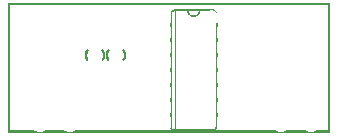
<source format=gto>
G04 MADE WITH FRITZING*
G04 WWW.FRITZING.ORG*
G04 DOUBLE SIDED*
G04 HOLES PLATED*
G04 CONTOUR ON CENTER OF CONTOUR VECTOR*
%ASAXBY*%
%FSLAX23Y23*%
%MOIN*%
%OFA0B0*%
%SFA1.0B1.0*%
%ADD10C,0.006000*%
%ADD11C,0.002000*%
%ADD12R,0.001000X0.001000*%
%LNSILK1*%
G90*
G70*
G54D10*
X557Y8D02*
X681Y8D01*
D02*
X639Y408D02*
X599Y408D01*
D02*
X599Y408D02*
X557Y408D01*
G54D11*
D02*
X556Y408D02*
X556Y8D01*
G54D12*
X0Y433D02*
X1073Y433D01*
X0Y432D02*
X1073Y432D01*
X0Y431D02*
X1073Y431D01*
X0Y430D02*
X1073Y430D01*
X0Y429D02*
X1073Y429D01*
X0Y428D02*
X1073Y428D01*
X0Y427D02*
X1073Y427D01*
X0Y426D02*
X1073Y426D01*
X0Y425D02*
X7Y425D01*
X1066Y425D02*
X1073Y425D01*
X0Y424D02*
X7Y424D01*
X1066Y424D02*
X1073Y424D01*
X0Y423D02*
X7Y423D01*
X1066Y423D02*
X1073Y423D01*
X0Y422D02*
X7Y422D01*
X1066Y422D02*
X1073Y422D01*
X0Y421D02*
X7Y421D01*
X1066Y421D02*
X1073Y421D01*
X0Y420D02*
X7Y420D01*
X1066Y420D02*
X1073Y420D01*
X0Y419D02*
X7Y419D01*
X1066Y419D02*
X1073Y419D01*
X0Y418D02*
X7Y418D01*
X1066Y418D02*
X1073Y418D01*
X0Y417D02*
X7Y417D01*
X1066Y417D02*
X1073Y417D01*
X0Y416D02*
X7Y416D01*
X1066Y416D02*
X1073Y416D01*
X0Y415D02*
X7Y415D01*
X1066Y415D02*
X1073Y415D01*
X0Y414D02*
X7Y414D01*
X1066Y414D02*
X1073Y414D01*
X0Y413D02*
X7Y413D01*
X1066Y413D02*
X1073Y413D01*
X0Y412D02*
X7Y412D01*
X1066Y412D02*
X1073Y412D01*
X0Y411D02*
X7Y411D01*
X552Y411D02*
X556Y411D01*
X637Y411D02*
X684Y411D01*
X1066Y411D02*
X1073Y411D01*
X0Y410D02*
X7Y410D01*
X549Y410D02*
X556Y410D01*
X636Y410D02*
X687Y410D01*
X1066Y410D02*
X1073Y410D01*
X0Y409D02*
X7Y409D01*
X547Y409D02*
X556Y409D01*
X636Y409D02*
X689Y409D01*
X1066Y409D02*
X1073Y409D01*
X0Y408D02*
X7Y408D01*
X546Y408D02*
X556Y408D01*
X596Y408D02*
X601Y408D01*
X635Y408D02*
X672Y408D01*
X682Y408D02*
X690Y408D01*
X1066Y408D02*
X1073Y408D01*
X0Y407D02*
X7Y407D01*
X545Y407D02*
X556Y407D01*
X596Y407D02*
X601Y407D01*
X635Y407D02*
X669Y407D01*
X685Y407D02*
X691Y407D01*
X1066Y407D02*
X1073Y407D01*
X0Y406D02*
X7Y406D01*
X544Y406D02*
X555Y406D01*
X596Y406D02*
X601Y406D01*
X635Y406D02*
X667Y406D01*
X687Y406D02*
X692Y406D01*
X1066Y406D02*
X1073Y406D01*
X0Y405D02*
X7Y405D01*
X543Y405D02*
X551Y405D01*
X596Y405D02*
X601Y405D01*
X635Y405D02*
X640Y405D01*
X689Y405D02*
X693Y405D01*
X1066Y405D02*
X1073Y405D01*
X0Y404D02*
X7Y404D01*
X542Y404D02*
X549Y404D01*
X596Y404D02*
X601Y404D01*
X635Y404D02*
X640Y404D01*
X691Y404D02*
X694Y404D01*
X1066Y404D02*
X1073Y404D01*
X0Y403D02*
X7Y403D01*
X541Y403D02*
X548Y403D01*
X597Y403D02*
X602Y403D01*
X635Y403D02*
X640Y403D01*
X692Y403D02*
X695Y403D01*
X1066Y403D02*
X1073Y403D01*
X0Y402D02*
X7Y402D01*
X541Y402D02*
X547Y402D01*
X597Y402D02*
X602Y402D01*
X634Y402D02*
X639Y402D01*
X693Y402D02*
X695Y402D01*
X1066Y402D02*
X1073Y402D01*
X0Y401D02*
X7Y401D01*
X543Y401D02*
X546Y401D01*
X597Y401D02*
X602Y401D01*
X634Y401D02*
X639Y401D01*
X694Y401D02*
X694Y401D01*
X1066Y401D02*
X1073Y401D01*
X0Y400D02*
X7Y400D01*
X543Y400D02*
X545Y400D01*
X598Y400D02*
X603Y400D01*
X633Y400D02*
X639Y400D01*
X1066Y400D02*
X1073Y400D01*
X0Y399D02*
X7Y399D01*
X543Y399D02*
X545Y399D01*
X598Y399D02*
X604Y399D01*
X633Y399D02*
X638Y399D01*
X1066Y399D02*
X1073Y399D01*
X0Y398D02*
X7Y398D01*
X543Y398D02*
X544Y398D01*
X599Y398D02*
X604Y398D01*
X632Y398D02*
X638Y398D01*
X1066Y398D02*
X1073Y398D01*
X0Y397D02*
X7Y397D01*
X543Y397D02*
X544Y397D01*
X599Y397D02*
X605Y397D01*
X631Y397D02*
X637Y397D01*
X1066Y397D02*
X1073Y397D01*
X0Y396D02*
X7Y396D01*
X543Y396D02*
X544Y396D01*
X600Y396D02*
X606Y396D01*
X630Y396D02*
X636Y396D01*
X1066Y396D02*
X1073Y396D01*
X0Y395D02*
X7Y395D01*
X543Y395D02*
X544Y395D01*
X601Y395D02*
X607Y395D01*
X629Y395D02*
X636Y395D01*
X1066Y395D02*
X1073Y395D01*
X0Y394D02*
X7Y394D01*
X543Y394D02*
X544Y394D01*
X601Y394D02*
X609Y394D01*
X627Y394D02*
X635Y394D01*
X1066Y394D02*
X1073Y394D01*
X0Y393D02*
X7Y393D01*
X543Y393D02*
X544Y393D01*
X602Y393D02*
X611Y393D01*
X625Y393D02*
X634Y393D01*
X1066Y393D02*
X1073Y393D01*
X0Y392D02*
X7Y392D01*
X543Y392D02*
X544Y392D01*
X603Y392D02*
X616Y392D01*
X620Y392D02*
X633Y392D01*
X1066Y392D02*
X1073Y392D01*
X0Y391D02*
X7Y391D01*
X543Y391D02*
X544Y391D01*
X605Y391D02*
X632Y391D01*
X1066Y391D02*
X1073Y391D01*
X0Y390D02*
X7Y390D01*
X543Y390D02*
X544Y390D01*
X606Y390D02*
X630Y390D01*
X1066Y390D02*
X1073Y390D01*
X0Y389D02*
X7Y389D01*
X543Y389D02*
X544Y389D01*
X607Y389D02*
X629Y389D01*
X1066Y389D02*
X1073Y389D01*
X0Y388D02*
X7Y388D01*
X543Y388D02*
X544Y388D01*
X609Y388D02*
X627Y388D01*
X1066Y388D02*
X1073Y388D01*
X0Y387D02*
X7Y387D01*
X543Y387D02*
X544Y387D01*
X612Y387D02*
X624Y387D01*
X1066Y387D02*
X1073Y387D01*
X0Y386D02*
X7Y386D01*
X543Y386D02*
X544Y386D01*
X616Y386D02*
X620Y386D01*
X1066Y386D02*
X1073Y386D01*
X0Y385D02*
X7Y385D01*
X543Y385D02*
X544Y385D01*
X1066Y385D02*
X1073Y385D01*
X0Y384D02*
X7Y384D01*
X543Y384D02*
X544Y384D01*
X1066Y384D02*
X1073Y384D01*
X0Y383D02*
X7Y383D01*
X543Y383D02*
X544Y383D01*
X1066Y383D02*
X1073Y383D01*
X0Y382D02*
X7Y382D01*
X543Y382D02*
X544Y382D01*
X1066Y382D02*
X1073Y382D01*
X0Y381D02*
X7Y381D01*
X543Y381D02*
X544Y381D01*
X1066Y381D02*
X1073Y381D01*
X0Y380D02*
X7Y380D01*
X543Y380D02*
X544Y380D01*
X1066Y380D02*
X1073Y380D01*
X0Y379D02*
X7Y379D01*
X543Y379D02*
X544Y379D01*
X1066Y379D02*
X1073Y379D01*
X0Y378D02*
X7Y378D01*
X543Y378D02*
X544Y378D01*
X1066Y378D02*
X1073Y378D01*
X0Y377D02*
X7Y377D01*
X543Y377D02*
X544Y377D01*
X1066Y377D02*
X1073Y377D01*
X0Y376D02*
X7Y376D01*
X543Y376D02*
X544Y376D01*
X1066Y376D02*
X1073Y376D01*
X0Y375D02*
X7Y375D01*
X543Y375D02*
X544Y375D01*
X1066Y375D02*
X1073Y375D01*
X0Y374D02*
X7Y374D01*
X543Y374D02*
X544Y374D01*
X1066Y374D02*
X1073Y374D01*
X0Y373D02*
X7Y373D01*
X543Y373D02*
X544Y373D01*
X1066Y373D02*
X1073Y373D01*
X0Y372D02*
X7Y372D01*
X543Y372D02*
X544Y372D01*
X1066Y372D02*
X1073Y372D01*
X0Y371D02*
X7Y371D01*
X543Y371D02*
X544Y371D01*
X1066Y371D02*
X1073Y371D01*
X0Y370D02*
X7Y370D01*
X543Y370D02*
X544Y370D01*
X1066Y370D02*
X1073Y370D01*
X0Y369D02*
X7Y369D01*
X543Y369D02*
X544Y369D01*
X1066Y369D02*
X1073Y369D01*
X0Y368D02*
X7Y368D01*
X543Y368D02*
X544Y368D01*
X1066Y368D02*
X1073Y368D01*
X0Y367D02*
X7Y367D01*
X543Y367D02*
X544Y367D01*
X694Y367D02*
X694Y367D01*
X1066Y367D02*
X1073Y367D01*
X0Y366D02*
X7Y366D01*
X542Y366D02*
X544Y366D01*
X693Y366D02*
X694Y366D01*
X1066Y366D02*
X1073Y366D01*
X0Y365D02*
X7Y365D01*
X539Y365D02*
X544Y365D01*
X693Y365D02*
X698Y365D01*
X1066Y365D02*
X1073Y365D01*
X0Y364D02*
X7Y364D01*
X539Y364D02*
X544Y364D01*
X693Y364D02*
X698Y364D01*
X1066Y364D02*
X1073Y364D01*
X0Y363D02*
X7Y363D01*
X539Y363D02*
X544Y363D01*
X693Y363D02*
X698Y363D01*
X1066Y363D02*
X1073Y363D01*
X0Y362D02*
X7Y362D01*
X539Y362D02*
X544Y362D01*
X693Y362D02*
X698Y362D01*
X1066Y362D02*
X1073Y362D01*
X0Y361D02*
X7Y361D01*
X539Y361D02*
X544Y361D01*
X693Y361D02*
X698Y361D01*
X1066Y361D02*
X1073Y361D01*
X0Y360D02*
X7Y360D01*
X539Y360D02*
X544Y360D01*
X693Y360D02*
X698Y360D01*
X1066Y360D02*
X1073Y360D01*
X0Y359D02*
X7Y359D01*
X539Y359D02*
X544Y359D01*
X693Y359D02*
X698Y359D01*
X1066Y359D02*
X1073Y359D01*
X0Y358D02*
X7Y358D01*
X539Y358D02*
X544Y358D01*
X693Y358D02*
X698Y358D01*
X1066Y358D02*
X1073Y358D01*
X0Y357D02*
X7Y357D01*
X539Y357D02*
X544Y357D01*
X693Y357D02*
X698Y357D01*
X1066Y357D02*
X1073Y357D01*
X0Y356D02*
X7Y356D01*
X539Y356D02*
X544Y356D01*
X693Y356D02*
X698Y356D01*
X1066Y356D02*
X1073Y356D01*
X0Y355D02*
X7Y355D01*
X539Y355D02*
X544Y355D01*
X693Y355D02*
X698Y355D01*
X1066Y355D02*
X1073Y355D01*
X0Y354D02*
X7Y354D01*
X539Y354D02*
X544Y354D01*
X693Y354D02*
X698Y354D01*
X1066Y354D02*
X1073Y354D01*
X0Y353D02*
X7Y353D01*
X539Y353D02*
X544Y353D01*
X693Y353D02*
X698Y353D01*
X1066Y353D02*
X1073Y353D01*
X0Y352D02*
X7Y352D01*
X539Y352D02*
X544Y352D01*
X693Y352D02*
X698Y352D01*
X1066Y352D02*
X1073Y352D01*
X0Y351D02*
X7Y351D01*
X543Y351D02*
X544Y351D01*
X693Y351D02*
X694Y351D01*
X1066Y351D02*
X1073Y351D01*
X0Y350D02*
X7Y350D01*
X543Y350D02*
X544Y350D01*
X693Y350D02*
X694Y350D01*
X1066Y350D02*
X1073Y350D01*
X0Y349D02*
X7Y349D01*
X543Y349D02*
X544Y349D01*
X693Y349D02*
X694Y349D01*
X1066Y349D02*
X1073Y349D01*
X0Y348D02*
X7Y348D01*
X543Y348D02*
X544Y348D01*
X693Y348D02*
X694Y348D01*
X1066Y348D02*
X1073Y348D01*
X0Y347D02*
X7Y347D01*
X543Y347D02*
X544Y347D01*
X693Y347D02*
X694Y347D01*
X1066Y347D02*
X1073Y347D01*
X0Y346D02*
X7Y346D01*
X543Y346D02*
X544Y346D01*
X693Y346D02*
X694Y346D01*
X1066Y346D02*
X1073Y346D01*
X0Y345D02*
X7Y345D01*
X543Y345D02*
X544Y345D01*
X693Y345D02*
X694Y345D01*
X1066Y345D02*
X1073Y345D01*
X0Y344D02*
X7Y344D01*
X543Y344D02*
X544Y344D01*
X693Y344D02*
X694Y344D01*
X1066Y344D02*
X1073Y344D01*
X0Y343D02*
X7Y343D01*
X543Y343D02*
X544Y343D01*
X693Y343D02*
X694Y343D01*
X1066Y343D02*
X1073Y343D01*
X0Y342D02*
X7Y342D01*
X543Y342D02*
X544Y342D01*
X693Y342D02*
X694Y342D01*
X1066Y342D02*
X1073Y342D01*
X0Y341D02*
X7Y341D01*
X543Y341D02*
X544Y341D01*
X693Y341D02*
X694Y341D01*
X1066Y341D02*
X1073Y341D01*
X0Y340D02*
X7Y340D01*
X543Y340D02*
X544Y340D01*
X693Y340D02*
X694Y340D01*
X1066Y340D02*
X1073Y340D01*
X0Y339D02*
X7Y339D01*
X543Y339D02*
X544Y339D01*
X693Y339D02*
X694Y339D01*
X1066Y339D02*
X1073Y339D01*
X0Y338D02*
X7Y338D01*
X543Y338D02*
X544Y338D01*
X693Y338D02*
X694Y338D01*
X1066Y338D02*
X1073Y338D01*
X0Y337D02*
X7Y337D01*
X543Y337D02*
X544Y337D01*
X693Y337D02*
X694Y337D01*
X1066Y337D02*
X1073Y337D01*
X0Y336D02*
X7Y336D01*
X543Y336D02*
X544Y336D01*
X693Y336D02*
X694Y336D01*
X1066Y336D02*
X1073Y336D01*
X0Y335D02*
X7Y335D01*
X543Y335D02*
X544Y335D01*
X693Y335D02*
X694Y335D01*
X1066Y335D02*
X1073Y335D01*
X0Y334D02*
X7Y334D01*
X543Y334D02*
X544Y334D01*
X693Y334D02*
X694Y334D01*
X1066Y334D02*
X1073Y334D01*
X0Y333D02*
X7Y333D01*
X543Y333D02*
X544Y333D01*
X693Y333D02*
X694Y333D01*
X1066Y333D02*
X1073Y333D01*
X0Y332D02*
X7Y332D01*
X543Y332D02*
X544Y332D01*
X693Y332D02*
X694Y332D01*
X1066Y332D02*
X1073Y332D01*
X0Y331D02*
X7Y331D01*
X543Y331D02*
X544Y331D01*
X693Y331D02*
X694Y331D01*
X1066Y331D02*
X1073Y331D01*
X0Y330D02*
X7Y330D01*
X543Y330D02*
X544Y330D01*
X693Y330D02*
X694Y330D01*
X1066Y330D02*
X1073Y330D01*
X0Y329D02*
X7Y329D01*
X543Y329D02*
X544Y329D01*
X693Y329D02*
X694Y329D01*
X1066Y329D02*
X1073Y329D01*
X0Y328D02*
X7Y328D01*
X543Y328D02*
X544Y328D01*
X693Y328D02*
X694Y328D01*
X1066Y328D02*
X1073Y328D01*
X0Y327D02*
X7Y327D01*
X543Y327D02*
X544Y327D01*
X693Y327D02*
X694Y327D01*
X1066Y327D02*
X1073Y327D01*
X0Y326D02*
X7Y326D01*
X543Y326D02*
X544Y326D01*
X693Y326D02*
X694Y326D01*
X1066Y326D02*
X1073Y326D01*
X0Y325D02*
X7Y325D01*
X543Y325D02*
X544Y325D01*
X693Y325D02*
X694Y325D01*
X1066Y325D02*
X1073Y325D01*
X0Y324D02*
X7Y324D01*
X543Y324D02*
X544Y324D01*
X693Y324D02*
X694Y324D01*
X1066Y324D02*
X1073Y324D01*
X0Y323D02*
X7Y323D01*
X543Y323D02*
X544Y323D01*
X693Y323D02*
X694Y323D01*
X1066Y323D02*
X1073Y323D01*
X0Y322D02*
X7Y322D01*
X543Y322D02*
X544Y322D01*
X693Y322D02*
X694Y322D01*
X1066Y322D02*
X1073Y322D01*
X0Y321D02*
X7Y321D01*
X543Y321D02*
X544Y321D01*
X693Y321D02*
X694Y321D01*
X1066Y321D02*
X1073Y321D01*
X0Y320D02*
X7Y320D01*
X543Y320D02*
X544Y320D01*
X693Y320D02*
X694Y320D01*
X1066Y320D02*
X1073Y320D01*
X0Y319D02*
X7Y319D01*
X543Y319D02*
X544Y319D01*
X693Y319D02*
X694Y319D01*
X1066Y319D02*
X1073Y319D01*
X0Y318D02*
X7Y318D01*
X543Y318D02*
X544Y318D01*
X693Y318D02*
X694Y318D01*
X1066Y318D02*
X1073Y318D01*
X0Y317D02*
X7Y317D01*
X543Y317D02*
X544Y317D01*
X693Y317D02*
X694Y317D01*
X1066Y317D02*
X1073Y317D01*
X0Y316D02*
X7Y316D01*
X542Y316D02*
X544Y316D01*
X693Y316D02*
X694Y316D01*
X1066Y316D02*
X1073Y316D01*
X0Y315D02*
X7Y315D01*
X539Y315D02*
X544Y315D01*
X693Y315D02*
X698Y315D01*
X1066Y315D02*
X1073Y315D01*
X0Y314D02*
X7Y314D01*
X539Y314D02*
X544Y314D01*
X693Y314D02*
X698Y314D01*
X1066Y314D02*
X1073Y314D01*
X0Y313D02*
X7Y313D01*
X539Y313D02*
X544Y313D01*
X693Y313D02*
X698Y313D01*
X1066Y313D02*
X1073Y313D01*
X0Y312D02*
X7Y312D01*
X539Y312D02*
X544Y312D01*
X693Y312D02*
X698Y312D01*
X1066Y312D02*
X1073Y312D01*
X0Y311D02*
X7Y311D01*
X539Y311D02*
X544Y311D01*
X693Y311D02*
X698Y311D01*
X1066Y311D02*
X1073Y311D01*
X0Y310D02*
X7Y310D01*
X539Y310D02*
X544Y310D01*
X693Y310D02*
X698Y310D01*
X1066Y310D02*
X1073Y310D01*
X0Y309D02*
X7Y309D01*
X539Y309D02*
X544Y309D01*
X693Y309D02*
X698Y309D01*
X1066Y309D02*
X1073Y309D01*
X0Y308D02*
X7Y308D01*
X539Y308D02*
X544Y308D01*
X693Y308D02*
X698Y308D01*
X1066Y308D02*
X1073Y308D01*
X0Y307D02*
X7Y307D01*
X539Y307D02*
X544Y307D01*
X693Y307D02*
X698Y307D01*
X1066Y307D02*
X1073Y307D01*
X0Y306D02*
X7Y306D01*
X539Y306D02*
X544Y306D01*
X693Y306D02*
X698Y306D01*
X1066Y306D02*
X1073Y306D01*
X0Y305D02*
X7Y305D01*
X539Y305D02*
X544Y305D01*
X693Y305D02*
X698Y305D01*
X1066Y305D02*
X1073Y305D01*
X0Y304D02*
X7Y304D01*
X539Y304D02*
X544Y304D01*
X693Y304D02*
X698Y304D01*
X1066Y304D02*
X1073Y304D01*
X0Y303D02*
X7Y303D01*
X539Y303D02*
X544Y303D01*
X693Y303D02*
X698Y303D01*
X1066Y303D02*
X1073Y303D01*
X0Y302D02*
X7Y302D01*
X539Y302D02*
X544Y302D01*
X693Y302D02*
X698Y302D01*
X1066Y302D02*
X1073Y302D01*
X0Y301D02*
X7Y301D01*
X543Y301D02*
X544Y301D01*
X693Y301D02*
X694Y301D01*
X1066Y301D02*
X1073Y301D01*
X0Y300D02*
X7Y300D01*
X543Y300D02*
X544Y300D01*
X693Y300D02*
X694Y300D01*
X1066Y300D02*
X1073Y300D01*
X0Y299D02*
X7Y299D01*
X543Y299D02*
X544Y299D01*
X693Y299D02*
X694Y299D01*
X1066Y299D02*
X1073Y299D01*
X0Y298D02*
X7Y298D01*
X543Y298D02*
X544Y298D01*
X693Y298D02*
X694Y298D01*
X1066Y298D02*
X1073Y298D01*
X0Y297D02*
X7Y297D01*
X543Y297D02*
X544Y297D01*
X693Y297D02*
X694Y297D01*
X1066Y297D02*
X1073Y297D01*
X0Y296D02*
X7Y296D01*
X543Y296D02*
X544Y296D01*
X693Y296D02*
X694Y296D01*
X1066Y296D02*
X1073Y296D01*
X0Y295D02*
X7Y295D01*
X543Y295D02*
X544Y295D01*
X693Y295D02*
X694Y295D01*
X1066Y295D02*
X1073Y295D01*
X0Y294D02*
X7Y294D01*
X543Y294D02*
X544Y294D01*
X693Y294D02*
X694Y294D01*
X1066Y294D02*
X1073Y294D01*
X0Y293D02*
X7Y293D01*
X543Y293D02*
X544Y293D01*
X693Y293D02*
X694Y293D01*
X1066Y293D02*
X1073Y293D01*
X0Y292D02*
X7Y292D01*
X543Y292D02*
X544Y292D01*
X693Y292D02*
X694Y292D01*
X1066Y292D02*
X1073Y292D01*
X0Y291D02*
X7Y291D01*
X543Y291D02*
X544Y291D01*
X693Y291D02*
X694Y291D01*
X1066Y291D02*
X1073Y291D01*
X0Y290D02*
X7Y290D01*
X543Y290D02*
X544Y290D01*
X693Y290D02*
X694Y290D01*
X1066Y290D02*
X1073Y290D01*
X0Y289D02*
X7Y289D01*
X543Y289D02*
X544Y289D01*
X693Y289D02*
X694Y289D01*
X1066Y289D02*
X1073Y289D01*
X0Y288D02*
X7Y288D01*
X543Y288D02*
X544Y288D01*
X693Y288D02*
X694Y288D01*
X1066Y288D02*
X1073Y288D01*
X0Y287D02*
X7Y287D01*
X543Y287D02*
X544Y287D01*
X693Y287D02*
X694Y287D01*
X1066Y287D02*
X1073Y287D01*
X0Y286D02*
X7Y286D01*
X543Y286D02*
X544Y286D01*
X693Y286D02*
X694Y286D01*
X1066Y286D02*
X1073Y286D01*
X0Y285D02*
X7Y285D01*
X543Y285D02*
X544Y285D01*
X693Y285D02*
X694Y285D01*
X1066Y285D02*
X1073Y285D01*
X0Y284D02*
X7Y284D01*
X543Y284D02*
X544Y284D01*
X693Y284D02*
X694Y284D01*
X1066Y284D02*
X1073Y284D01*
X0Y283D02*
X7Y283D01*
X543Y283D02*
X544Y283D01*
X693Y283D02*
X694Y283D01*
X1066Y283D02*
X1073Y283D01*
X0Y282D02*
X7Y282D01*
X543Y282D02*
X544Y282D01*
X693Y282D02*
X694Y282D01*
X1066Y282D02*
X1073Y282D01*
X0Y281D02*
X7Y281D01*
X543Y281D02*
X544Y281D01*
X693Y281D02*
X694Y281D01*
X1066Y281D02*
X1073Y281D01*
X0Y280D02*
X7Y280D01*
X543Y280D02*
X544Y280D01*
X693Y280D02*
X694Y280D01*
X1066Y280D02*
X1073Y280D01*
X0Y279D02*
X7Y279D01*
X263Y279D02*
X264Y279D01*
X315Y279D02*
X316Y279D01*
X333Y279D02*
X334Y279D01*
X385Y279D02*
X386Y279D01*
X543Y279D02*
X544Y279D01*
X693Y279D02*
X694Y279D01*
X1066Y279D02*
X1073Y279D01*
X0Y278D02*
X7Y278D01*
X262Y278D02*
X265Y278D01*
X313Y278D02*
X317Y278D01*
X332Y278D02*
X335Y278D01*
X383Y278D02*
X387Y278D01*
X543Y278D02*
X544Y278D01*
X693Y278D02*
X694Y278D01*
X1066Y278D02*
X1073Y278D01*
X0Y277D02*
X7Y277D01*
X261Y277D02*
X267Y277D01*
X312Y277D02*
X317Y277D01*
X331Y277D02*
X337Y277D01*
X382Y277D02*
X387Y277D01*
X543Y277D02*
X544Y277D01*
X693Y277D02*
X694Y277D01*
X1066Y277D02*
X1073Y277D01*
X0Y276D02*
X7Y276D01*
X261Y276D02*
X268Y276D01*
X311Y276D02*
X318Y276D01*
X331Y276D02*
X338Y276D01*
X381Y276D02*
X388Y276D01*
X543Y276D02*
X544Y276D01*
X693Y276D02*
X694Y276D01*
X1066Y276D02*
X1073Y276D01*
X0Y275D02*
X7Y275D01*
X260Y275D02*
X268Y275D01*
X310Y275D02*
X319Y275D01*
X330Y275D02*
X338Y275D01*
X380Y275D02*
X389Y275D01*
X543Y275D02*
X544Y275D01*
X693Y275D02*
X694Y275D01*
X1066Y275D02*
X1073Y275D01*
X0Y274D02*
X7Y274D01*
X260Y274D02*
X268Y274D01*
X311Y274D02*
X319Y274D01*
X330Y274D02*
X338Y274D01*
X381Y274D02*
X389Y274D01*
X543Y274D02*
X544Y274D01*
X693Y274D02*
X694Y274D01*
X1066Y274D02*
X1073Y274D01*
X0Y273D02*
X7Y273D01*
X259Y273D02*
X267Y273D01*
X311Y273D02*
X320Y273D01*
X329Y273D02*
X337Y273D01*
X381Y273D02*
X389Y273D01*
X543Y273D02*
X544Y273D01*
X693Y273D02*
X694Y273D01*
X1066Y273D02*
X1073Y273D01*
X0Y272D02*
X7Y272D01*
X259Y272D02*
X267Y272D01*
X312Y272D02*
X320Y272D01*
X329Y272D02*
X337Y272D01*
X382Y272D02*
X390Y272D01*
X543Y272D02*
X544Y272D01*
X693Y272D02*
X694Y272D01*
X1066Y272D02*
X1073Y272D01*
X0Y271D02*
X7Y271D01*
X258Y271D02*
X266Y271D01*
X313Y271D02*
X320Y271D01*
X328Y271D02*
X336Y271D01*
X383Y271D02*
X390Y271D01*
X543Y271D02*
X544Y271D01*
X693Y271D02*
X694Y271D01*
X1066Y271D02*
X1073Y271D01*
X0Y270D02*
X7Y270D01*
X258Y270D02*
X265Y270D01*
X313Y270D02*
X321Y270D01*
X328Y270D02*
X335Y270D01*
X383Y270D02*
X391Y270D01*
X543Y270D02*
X544Y270D01*
X693Y270D02*
X694Y270D01*
X1066Y270D02*
X1073Y270D01*
X0Y269D02*
X7Y269D01*
X258Y269D02*
X265Y269D01*
X314Y269D02*
X321Y269D01*
X328Y269D02*
X335Y269D01*
X384Y269D02*
X391Y269D01*
X543Y269D02*
X544Y269D01*
X693Y269D02*
X694Y269D01*
X1066Y269D02*
X1073Y269D01*
X0Y268D02*
X7Y268D01*
X257Y268D02*
X265Y268D01*
X314Y268D02*
X321Y268D01*
X327Y268D02*
X334Y268D01*
X384Y268D02*
X391Y268D01*
X543Y268D02*
X544Y268D01*
X693Y268D02*
X694Y268D01*
X1066Y268D02*
X1073Y268D01*
X0Y267D02*
X7Y267D01*
X257Y267D02*
X264Y267D01*
X315Y267D02*
X322Y267D01*
X327Y267D02*
X334Y267D01*
X385Y267D02*
X392Y267D01*
X543Y267D02*
X544Y267D01*
X693Y267D02*
X694Y267D01*
X1066Y267D02*
X1073Y267D01*
X0Y266D02*
X7Y266D01*
X257Y266D02*
X264Y266D01*
X315Y266D02*
X322Y266D01*
X327Y266D02*
X334Y266D01*
X385Y266D02*
X392Y266D01*
X542Y266D02*
X544Y266D01*
X693Y266D02*
X694Y266D01*
X1066Y266D02*
X1073Y266D01*
X0Y265D02*
X7Y265D01*
X257Y265D02*
X264Y265D01*
X315Y265D02*
X322Y265D01*
X327Y265D02*
X333Y265D01*
X385Y265D02*
X392Y265D01*
X539Y265D02*
X544Y265D01*
X693Y265D02*
X698Y265D01*
X1066Y265D02*
X1073Y265D01*
X0Y264D02*
X7Y264D01*
X256Y264D02*
X263Y264D01*
X315Y264D02*
X322Y264D01*
X326Y264D02*
X333Y264D01*
X385Y264D02*
X392Y264D01*
X539Y264D02*
X544Y264D01*
X693Y264D02*
X698Y264D01*
X1066Y264D02*
X1073Y264D01*
X0Y263D02*
X7Y263D01*
X256Y263D02*
X263Y263D01*
X316Y263D02*
X322Y263D01*
X326Y263D02*
X333Y263D01*
X386Y263D02*
X392Y263D01*
X539Y263D02*
X544Y263D01*
X693Y263D02*
X698Y263D01*
X1066Y263D02*
X1073Y263D01*
X0Y262D02*
X7Y262D01*
X256Y262D02*
X263Y262D01*
X316Y262D02*
X322Y262D01*
X326Y262D02*
X333Y262D01*
X386Y262D02*
X392Y262D01*
X539Y262D02*
X544Y262D01*
X693Y262D02*
X698Y262D01*
X1066Y262D02*
X1073Y262D01*
X0Y261D02*
X7Y261D01*
X256Y261D02*
X263Y261D01*
X316Y261D02*
X323Y261D01*
X326Y261D02*
X333Y261D01*
X386Y261D02*
X392Y261D01*
X539Y261D02*
X544Y261D01*
X693Y261D02*
X698Y261D01*
X1066Y261D02*
X1073Y261D01*
X0Y260D02*
X7Y260D01*
X256Y260D02*
X263Y260D01*
X316Y260D02*
X323Y260D01*
X326Y260D02*
X333Y260D01*
X386Y260D02*
X393Y260D01*
X539Y260D02*
X544Y260D01*
X693Y260D02*
X698Y260D01*
X1066Y260D02*
X1073Y260D01*
X0Y259D02*
X7Y259D01*
X256Y259D02*
X263Y259D01*
X316Y259D02*
X323Y259D01*
X326Y259D02*
X333Y259D01*
X386Y259D02*
X393Y259D01*
X539Y259D02*
X544Y259D01*
X693Y259D02*
X698Y259D01*
X1066Y259D02*
X1073Y259D01*
X0Y258D02*
X7Y258D01*
X256Y258D02*
X263Y258D01*
X316Y258D02*
X323Y258D01*
X326Y258D02*
X333Y258D01*
X386Y258D02*
X393Y258D01*
X539Y258D02*
X544Y258D01*
X693Y258D02*
X698Y258D01*
X1066Y258D02*
X1073Y258D01*
X0Y257D02*
X7Y257D01*
X256Y257D02*
X263Y257D01*
X316Y257D02*
X323Y257D01*
X326Y257D02*
X333Y257D01*
X386Y257D02*
X392Y257D01*
X539Y257D02*
X544Y257D01*
X693Y257D02*
X698Y257D01*
X1066Y257D02*
X1073Y257D01*
X0Y256D02*
X7Y256D01*
X256Y256D02*
X263Y256D01*
X316Y256D02*
X322Y256D01*
X326Y256D02*
X333Y256D01*
X386Y256D02*
X392Y256D01*
X539Y256D02*
X544Y256D01*
X693Y256D02*
X698Y256D01*
X1066Y256D02*
X1073Y256D01*
X0Y255D02*
X7Y255D01*
X256Y255D02*
X263Y255D01*
X316Y255D02*
X322Y255D01*
X326Y255D02*
X333Y255D01*
X386Y255D02*
X392Y255D01*
X539Y255D02*
X544Y255D01*
X693Y255D02*
X698Y255D01*
X1066Y255D02*
X1073Y255D01*
X0Y254D02*
X7Y254D01*
X256Y254D02*
X263Y254D01*
X315Y254D02*
X322Y254D01*
X326Y254D02*
X333Y254D01*
X385Y254D02*
X392Y254D01*
X539Y254D02*
X544Y254D01*
X693Y254D02*
X698Y254D01*
X1066Y254D02*
X1073Y254D01*
X0Y253D02*
X7Y253D01*
X257Y253D02*
X263Y253D01*
X315Y253D02*
X322Y253D01*
X327Y253D02*
X333Y253D01*
X385Y253D02*
X392Y253D01*
X539Y253D02*
X544Y253D01*
X693Y253D02*
X698Y253D01*
X1066Y253D02*
X1073Y253D01*
X0Y252D02*
X7Y252D01*
X257Y252D02*
X264Y252D01*
X315Y252D02*
X322Y252D01*
X327Y252D02*
X334Y252D01*
X385Y252D02*
X392Y252D01*
X539Y252D02*
X544Y252D01*
X693Y252D02*
X698Y252D01*
X1066Y252D02*
X1073Y252D01*
X0Y251D02*
X7Y251D01*
X257Y251D02*
X264Y251D01*
X315Y251D02*
X322Y251D01*
X327Y251D02*
X334Y251D01*
X385Y251D02*
X392Y251D01*
X543Y251D02*
X544Y251D01*
X693Y251D02*
X694Y251D01*
X1066Y251D02*
X1073Y251D01*
X0Y250D02*
X7Y250D01*
X257Y250D02*
X264Y250D01*
X314Y250D02*
X321Y250D01*
X327Y250D02*
X334Y250D01*
X384Y250D02*
X391Y250D01*
X543Y250D02*
X544Y250D01*
X693Y250D02*
X694Y250D01*
X1066Y250D02*
X1073Y250D01*
X0Y249D02*
X7Y249D01*
X258Y249D02*
X265Y249D01*
X314Y249D02*
X321Y249D01*
X327Y249D02*
X335Y249D01*
X384Y249D02*
X391Y249D01*
X543Y249D02*
X544Y249D01*
X693Y249D02*
X694Y249D01*
X1066Y249D02*
X1073Y249D01*
X0Y248D02*
X7Y248D01*
X258Y248D02*
X265Y248D01*
X313Y248D02*
X321Y248D01*
X328Y248D02*
X335Y248D01*
X383Y248D02*
X391Y248D01*
X543Y248D02*
X544Y248D01*
X693Y248D02*
X694Y248D01*
X1066Y248D02*
X1073Y248D01*
X0Y247D02*
X7Y247D01*
X258Y247D02*
X266Y247D01*
X313Y247D02*
X320Y247D01*
X328Y247D02*
X336Y247D01*
X383Y247D02*
X390Y247D01*
X543Y247D02*
X544Y247D01*
X693Y247D02*
X694Y247D01*
X1066Y247D02*
X1073Y247D01*
X0Y246D02*
X7Y246D01*
X259Y246D02*
X266Y246D01*
X312Y246D02*
X320Y246D01*
X329Y246D02*
X336Y246D01*
X382Y246D02*
X390Y246D01*
X543Y246D02*
X544Y246D01*
X693Y246D02*
X694Y246D01*
X1066Y246D02*
X1073Y246D01*
X0Y245D02*
X7Y245D01*
X259Y245D02*
X267Y245D01*
X312Y245D02*
X320Y245D01*
X329Y245D02*
X337Y245D01*
X381Y245D02*
X390Y245D01*
X543Y245D02*
X544Y245D01*
X693Y245D02*
X694Y245D01*
X1066Y245D02*
X1073Y245D01*
X0Y244D02*
X7Y244D01*
X259Y244D02*
X268Y244D01*
X311Y244D02*
X319Y244D01*
X329Y244D02*
X338Y244D01*
X381Y244D02*
X389Y244D01*
X543Y244D02*
X544Y244D01*
X693Y244D02*
X694Y244D01*
X1066Y244D02*
X1073Y244D01*
X0Y243D02*
X7Y243D01*
X260Y243D02*
X268Y243D01*
X310Y243D02*
X319Y243D01*
X330Y243D02*
X338Y243D01*
X380Y243D02*
X389Y243D01*
X543Y243D02*
X544Y243D01*
X693Y243D02*
X694Y243D01*
X1066Y243D02*
X1073Y243D01*
X0Y242D02*
X7Y242D01*
X261Y242D02*
X268Y242D01*
X310Y242D02*
X318Y242D01*
X331Y242D02*
X338Y242D01*
X380Y242D02*
X388Y242D01*
X543Y242D02*
X544Y242D01*
X693Y242D02*
X694Y242D01*
X1066Y242D02*
X1073Y242D01*
X0Y241D02*
X7Y241D01*
X261Y241D02*
X267Y241D01*
X312Y241D02*
X317Y241D01*
X331Y241D02*
X337Y241D01*
X382Y241D02*
X387Y241D01*
X543Y241D02*
X544Y241D01*
X693Y241D02*
X694Y241D01*
X1066Y241D02*
X1073Y241D01*
X0Y240D02*
X7Y240D01*
X262Y240D02*
X265Y240D01*
X313Y240D02*
X317Y240D01*
X332Y240D02*
X335Y240D01*
X383Y240D02*
X387Y240D01*
X543Y240D02*
X544Y240D01*
X693Y240D02*
X694Y240D01*
X1066Y240D02*
X1073Y240D01*
X0Y239D02*
X7Y239D01*
X263Y239D02*
X264Y239D01*
X314Y239D02*
X316Y239D01*
X333Y239D02*
X334Y239D01*
X384Y239D02*
X386Y239D01*
X543Y239D02*
X544Y239D01*
X693Y239D02*
X694Y239D01*
X1066Y239D02*
X1073Y239D01*
X0Y238D02*
X7Y238D01*
X543Y238D02*
X544Y238D01*
X693Y238D02*
X694Y238D01*
X1066Y238D02*
X1073Y238D01*
X0Y237D02*
X7Y237D01*
X543Y237D02*
X544Y237D01*
X693Y237D02*
X694Y237D01*
X1066Y237D02*
X1073Y237D01*
X0Y236D02*
X7Y236D01*
X543Y236D02*
X544Y236D01*
X693Y236D02*
X694Y236D01*
X1066Y236D02*
X1073Y236D01*
X0Y235D02*
X7Y235D01*
X543Y235D02*
X544Y235D01*
X693Y235D02*
X694Y235D01*
X1066Y235D02*
X1073Y235D01*
X0Y234D02*
X7Y234D01*
X543Y234D02*
X544Y234D01*
X693Y234D02*
X694Y234D01*
X1066Y234D02*
X1073Y234D01*
X0Y233D02*
X7Y233D01*
X543Y233D02*
X544Y233D01*
X693Y233D02*
X694Y233D01*
X1066Y233D02*
X1073Y233D01*
X0Y232D02*
X7Y232D01*
X543Y232D02*
X544Y232D01*
X693Y232D02*
X694Y232D01*
X1066Y232D02*
X1073Y232D01*
X0Y231D02*
X7Y231D01*
X543Y231D02*
X544Y231D01*
X693Y231D02*
X694Y231D01*
X1066Y231D02*
X1073Y231D01*
X0Y230D02*
X7Y230D01*
X543Y230D02*
X544Y230D01*
X693Y230D02*
X694Y230D01*
X1066Y230D02*
X1073Y230D01*
X0Y229D02*
X7Y229D01*
X543Y229D02*
X544Y229D01*
X693Y229D02*
X694Y229D01*
X1066Y229D02*
X1073Y229D01*
X0Y228D02*
X7Y228D01*
X543Y228D02*
X544Y228D01*
X693Y228D02*
X694Y228D01*
X1066Y228D02*
X1073Y228D01*
X0Y227D02*
X7Y227D01*
X543Y227D02*
X544Y227D01*
X693Y227D02*
X694Y227D01*
X1066Y227D02*
X1073Y227D01*
X0Y226D02*
X7Y226D01*
X543Y226D02*
X544Y226D01*
X693Y226D02*
X694Y226D01*
X1066Y226D02*
X1073Y226D01*
X0Y225D02*
X7Y225D01*
X543Y225D02*
X544Y225D01*
X693Y225D02*
X694Y225D01*
X1066Y225D02*
X1073Y225D01*
X0Y224D02*
X7Y224D01*
X543Y224D02*
X544Y224D01*
X693Y224D02*
X694Y224D01*
X1066Y224D02*
X1073Y224D01*
X0Y223D02*
X7Y223D01*
X543Y223D02*
X544Y223D01*
X693Y223D02*
X694Y223D01*
X1066Y223D02*
X1073Y223D01*
X0Y222D02*
X7Y222D01*
X543Y222D02*
X544Y222D01*
X693Y222D02*
X694Y222D01*
X1066Y222D02*
X1073Y222D01*
X0Y221D02*
X7Y221D01*
X543Y221D02*
X544Y221D01*
X693Y221D02*
X694Y221D01*
X1066Y221D02*
X1073Y221D01*
X0Y220D02*
X7Y220D01*
X543Y220D02*
X544Y220D01*
X693Y220D02*
X694Y220D01*
X1066Y220D02*
X1073Y220D01*
X0Y219D02*
X7Y219D01*
X543Y219D02*
X544Y219D01*
X693Y219D02*
X694Y219D01*
X1066Y219D02*
X1073Y219D01*
X0Y218D02*
X7Y218D01*
X543Y218D02*
X544Y218D01*
X693Y218D02*
X694Y218D01*
X1066Y218D02*
X1073Y218D01*
X0Y217D02*
X7Y217D01*
X543Y217D02*
X544Y217D01*
X693Y217D02*
X694Y217D01*
X1066Y217D02*
X1073Y217D01*
X0Y216D02*
X7Y216D01*
X542Y216D02*
X544Y216D01*
X693Y216D02*
X694Y216D01*
X1066Y216D02*
X1073Y216D01*
X0Y215D02*
X7Y215D01*
X539Y215D02*
X544Y215D01*
X693Y215D02*
X698Y215D01*
X1066Y215D02*
X1073Y215D01*
X0Y214D02*
X7Y214D01*
X539Y214D02*
X544Y214D01*
X693Y214D02*
X698Y214D01*
X1066Y214D02*
X1073Y214D01*
X0Y213D02*
X7Y213D01*
X539Y213D02*
X544Y213D01*
X693Y213D02*
X698Y213D01*
X1066Y213D02*
X1073Y213D01*
X0Y212D02*
X7Y212D01*
X539Y212D02*
X544Y212D01*
X693Y212D02*
X698Y212D01*
X1066Y212D02*
X1073Y212D01*
X0Y211D02*
X7Y211D01*
X539Y211D02*
X544Y211D01*
X693Y211D02*
X698Y211D01*
X1066Y211D02*
X1073Y211D01*
X0Y210D02*
X7Y210D01*
X539Y210D02*
X544Y210D01*
X693Y210D02*
X698Y210D01*
X1066Y210D02*
X1073Y210D01*
X0Y209D02*
X7Y209D01*
X539Y209D02*
X544Y209D01*
X693Y209D02*
X698Y209D01*
X1066Y209D02*
X1073Y209D01*
X0Y208D02*
X7Y208D01*
X539Y208D02*
X544Y208D01*
X693Y208D02*
X698Y208D01*
X1066Y208D02*
X1073Y208D01*
X0Y207D02*
X7Y207D01*
X539Y207D02*
X544Y207D01*
X693Y207D02*
X698Y207D01*
X1066Y207D02*
X1073Y207D01*
X0Y206D02*
X7Y206D01*
X539Y206D02*
X544Y206D01*
X693Y206D02*
X698Y206D01*
X1066Y206D02*
X1073Y206D01*
X0Y205D02*
X7Y205D01*
X539Y205D02*
X544Y205D01*
X693Y205D02*
X698Y205D01*
X1066Y205D02*
X1073Y205D01*
X0Y204D02*
X7Y204D01*
X539Y204D02*
X544Y204D01*
X693Y204D02*
X698Y204D01*
X1066Y204D02*
X1073Y204D01*
X0Y203D02*
X7Y203D01*
X539Y203D02*
X544Y203D01*
X693Y203D02*
X698Y203D01*
X1066Y203D02*
X1073Y203D01*
X0Y202D02*
X7Y202D01*
X539Y202D02*
X544Y202D01*
X693Y202D02*
X698Y202D01*
X1066Y202D02*
X1073Y202D01*
X0Y201D02*
X7Y201D01*
X543Y201D02*
X544Y201D01*
X693Y201D02*
X694Y201D01*
X1066Y201D02*
X1073Y201D01*
X0Y200D02*
X7Y200D01*
X543Y200D02*
X544Y200D01*
X693Y200D02*
X694Y200D01*
X1066Y200D02*
X1073Y200D01*
X0Y199D02*
X7Y199D01*
X543Y199D02*
X544Y199D01*
X693Y199D02*
X694Y199D01*
X1066Y199D02*
X1073Y199D01*
X0Y198D02*
X7Y198D01*
X543Y198D02*
X544Y198D01*
X693Y198D02*
X694Y198D01*
X1066Y198D02*
X1073Y198D01*
X0Y197D02*
X7Y197D01*
X543Y197D02*
X544Y197D01*
X693Y197D02*
X694Y197D01*
X1066Y197D02*
X1073Y197D01*
X0Y196D02*
X7Y196D01*
X543Y196D02*
X544Y196D01*
X693Y196D02*
X694Y196D01*
X1066Y196D02*
X1073Y196D01*
X0Y195D02*
X7Y195D01*
X543Y195D02*
X544Y195D01*
X693Y195D02*
X694Y195D01*
X1066Y195D02*
X1073Y195D01*
X0Y194D02*
X7Y194D01*
X543Y194D02*
X544Y194D01*
X693Y194D02*
X694Y194D01*
X1066Y194D02*
X1073Y194D01*
X0Y193D02*
X7Y193D01*
X543Y193D02*
X544Y193D01*
X693Y193D02*
X694Y193D01*
X1066Y193D02*
X1073Y193D01*
X0Y192D02*
X7Y192D01*
X543Y192D02*
X544Y192D01*
X693Y192D02*
X694Y192D01*
X1066Y192D02*
X1073Y192D01*
X0Y191D02*
X7Y191D01*
X543Y191D02*
X544Y191D01*
X693Y191D02*
X694Y191D01*
X1066Y191D02*
X1073Y191D01*
X0Y190D02*
X7Y190D01*
X543Y190D02*
X544Y190D01*
X693Y190D02*
X694Y190D01*
X1066Y190D02*
X1073Y190D01*
X0Y189D02*
X7Y189D01*
X543Y189D02*
X544Y189D01*
X693Y189D02*
X694Y189D01*
X1066Y189D02*
X1073Y189D01*
X0Y188D02*
X7Y188D01*
X543Y188D02*
X544Y188D01*
X693Y188D02*
X694Y188D01*
X1066Y188D02*
X1073Y188D01*
X0Y187D02*
X7Y187D01*
X543Y187D02*
X544Y187D01*
X693Y187D02*
X694Y187D01*
X1066Y187D02*
X1073Y187D01*
X0Y186D02*
X7Y186D01*
X543Y186D02*
X544Y186D01*
X693Y186D02*
X694Y186D01*
X1066Y186D02*
X1073Y186D01*
X0Y185D02*
X7Y185D01*
X543Y185D02*
X544Y185D01*
X693Y185D02*
X694Y185D01*
X1066Y185D02*
X1073Y185D01*
X0Y184D02*
X7Y184D01*
X543Y184D02*
X544Y184D01*
X693Y184D02*
X694Y184D01*
X1066Y184D02*
X1073Y184D01*
X0Y183D02*
X7Y183D01*
X543Y183D02*
X544Y183D01*
X693Y183D02*
X694Y183D01*
X1066Y183D02*
X1073Y183D01*
X0Y182D02*
X7Y182D01*
X543Y182D02*
X544Y182D01*
X693Y182D02*
X694Y182D01*
X1066Y182D02*
X1073Y182D01*
X0Y181D02*
X7Y181D01*
X543Y181D02*
X544Y181D01*
X693Y181D02*
X694Y181D01*
X1066Y181D02*
X1073Y181D01*
X0Y180D02*
X7Y180D01*
X543Y180D02*
X544Y180D01*
X693Y180D02*
X694Y180D01*
X1066Y180D02*
X1073Y180D01*
X0Y179D02*
X7Y179D01*
X543Y179D02*
X544Y179D01*
X693Y179D02*
X694Y179D01*
X1066Y179D02*
X1073Y179D01*
X0Y178D02*
X7Y178D01*
X543Y178D02*
X544Y178D01*
X693Y178D02*
X694Y178D01*
X1066Y178D02*
X1073Y178D01*
X0Y177D02*
X7Y177D01*
X543Y177D02*
X544Y177D01*
X693Y177D02*
X694Y177D01*
X1066Y177D02*
X1073Y177D01*
X0Y176D02*
X7Y176D01*
X543Y176D02*
X544Y176D01*
X693Y176D02*
X694Y176D01*
X1066Y176D02*
X1073Y176D01*
X0Y175D02*
X7Y175D01*
X543Y175D02*
X544Y175D01*
X693Y175D02*
X694Y175D01*
X1066Y175D02*
X1073Y175D01*
X0Y174D02*
X7Y174D01*
X543Y174D02*
X544Y174D01*
X693Y174D02*
X694Y174D01*
X1066Y174D02*
X1073Y174D01*
X0Y173D02*
X7Y173D01*
X543Y173D02*
X544Y173D01*
X693Y173D02*
X694Y173D01*
X1066Y173D02*
X1073Y173D01*
X0Y172D02*
X7Y172D01*
X543Y172D02*
X544Y172D01*
X693Y172D02*
X694Y172D01*
X1066Y172D02*
X1073Y172D01*
X0Y171D02*
X7Y171D01*
X543Y171D02*
X544Y171D01*
X693Y171D02*
X694Y171D01*
X1066Y171D02*
X1073Y171D01*
X0Y170D02*
X7Y170D01*
X543Y170D02*
X544Y170D01*
X693Y170D02*
X694Y170D01*
X1066Y170D02*
X1073Y170D01*
X0Y169D02*
X7Y169D01*
X543Y169D02*
X544Y169D01*
X693Y169D02*
X694Y169D01*
X1066Y169D02*
X1073Y169D01*
X0Y168D02*
X7Y168D01*
X543Y168D02*
X544Y168D01*
X693Y168D02*
X694Y168D01*
X1066Y168D02*
X1073Y168D01*
X0Y167D02*
X7Y167D01*
X543Y167D02*
X544Y167D01*
X693Y167D02*
X694Y167D01*
X1066Y167D02*
X1073Y167D01*
X0Y166D02*
X7Y166D01*
X542Y166D02*
X544Y166D01*
X693Y166D02*
X694Y166D01*
X1066Y166D02*
X1073Y166D01*
X0Y165D02*
X7Y165D01*
X539Y165D02*
X544Y165D01*
X693Y165D02*
X698Y165D01*
X1066Y165D02*
X1073Y165D01*
X0Y164D02*
X7Y164D01*
X539Y164D02*
X544Y164D01*
X693Y164D02*
X698Y164D01*
X1066Y164D02*
X1073Y164D01*
X0Y163D02*
X7Y163D01*
X539Y163D02*
X544Y163D01*
X693Y163D02*
X698Y163D01*
X1066Y163D02*
X1073Y163D01*
X0Y162D02*
X7Y162D01*
X539Y162D02*
X544Y162D01*
X693Y162D02*
X698Y162D01*
X1066Y162D02*
X1073Y162D01*
X0Y161D02*
X7Y161D01*
X539Y161D02*
X544Y161D01*
X693Y161D02*
X698Y161D01*
X1066Y161D02*
X1073Y161D01*
X0Y160D02*
X7Y160D01*
X539Y160D02*
X544Y160D01*
X693Y160D02*
X698Y160D01*
X1066Y160D02*
X1073Y160D01*
X0Y159D02*
X7Y159D01*
X539Y159D02*
X544Y159D01*
X693Y159D02*
X698Y159D01*
X1066Y159D02*
X1073Y159D01*
X0Y158D02*
X7Y158D01*
X539Y158D02*
X544Y158D01*
X693Y158D02*
X698Y158D01*
X1066Y158D02*
X1073Y158D01*
X0Y157D02*
X7Y157D01*
X539Y157D02*
X544Y157D01*
X693Y157D02*
X698Y157D01*
X1066Y157D02*
X1073Y157D01*
X0Y156D02*
X7Y156D01*
X539Y156D02*
X544Y156D01*
X693Y156D02*
X698Y156D01*
X1066Y156D02*
X1073Y156D01*
X0Y155D02*
X7Y155D01*
X539Y155D02*
X544Y155D01*
X693Y155D02*
X698Y155D01*
X1066Y155D02*
X1073Y155D01*
X0Y154D02*
X7Y154D01*
X539Y154D02*
X544Y154D01*
X693Y154D02*
X698Y154D01*
X1066Y154D02*
X1073Y154D01*
X0Y153D02*
X7Y153D01*
X539Y153D02*
X544Y153D01*
X693Y153D02*
X698Y153D01*
X1066Y153D02*
X1073Y153D01*
X0Y152D02*
X7Y152D01*
X539Y152D02*
X544Y152D01*
X693Y152D02*
X698Y152D01*
X1066Y152D02*
X1073Y152D01*
X0Y151D02*
X7Y151D01*
X543Y151D02*
X544Y151D01*
X693Y151D02*
X694Y151D01*
X1066Y151D02*
X1073Y151D01*
X0Y150D02*
X7Y150D01*
X543Y150D02*
X544Y150D01*
X693Y150D02*
X694Y150D01*
X1066Y150D02*
X1073Y150D01*
X0Y149D02*
X7Y149D01*
X543Y149D02*
X544Y149D01*
X693Y149D02*
X694Y149D01*
X1066Y149D02*
X1073Y149D01*
X0Y148D02*
X7Y148D01*
X543Y148D02*
X544Y148D01*
X693Y148D02*
X694Y148D01*
X1066Y148D02*
X1073Y148D01*
X0Y147D02*
X7Y147D01*
X543Y147D02*
X544Y147D01*
X693Y147D02*
X694Y147D01*
X1066Y147D02*
X1073Y147D01*
X0Y146D02*
X7Y146D01*
X543Y146D02*
X544Y146D01*
X693Y146D02*
X694Y146D01*
X1066Y146D02*
X1073Y146D01*
X0Y145D02*
X7Y145D01*
X543Y145D02*
X544Y145D01*
X693Y145D02*
X694Y145D01*
X1066Y145D02*
X1073Y145D01*
X0Y144D02*
X7Y144D01*
X543Y144D02*
X544Y144D01*
X693Y144D02*
X694Y144D01*
X1066Y144D02*
X1073Y144D01*
X0Y143D02*
X7Y143D01*
X543Y143D02*
X544Y143D01*
X693Y143D02*
X694Y143D01*
X1066Y143D02*
X1073Y143D01*
X0Y142D02*
X7Y142D01*
X543Y142D02*
X544Y142D01*
X693Y142D02*
X694Y142D01*
X1066Y142D02*
X1073Y142D01*
X0Y141D02*
X7Y141D01*
X543Y141D02*
X544Y141D01*
X693Y141D02*
X694Y141D01*
X1066Y141D02*
X1073Y141D01*
X0Y140D02*
X7Y140D01*
X543Y140D02*
X544Y140D01*
X693Y140D02*
X694Y140D01*
X1066Y140D02*
X1073Y140D01*
X0Y139D02*
X7Y139D01*
X543Y139D02*
X544Y139D01*
X693Y139D02*
X694Y139D01*
X1066Y139D02*
X1073Y139D01*
X0Y138D02*
X7Y138D01*
X543Y138D02*
X544Y138D01*
X693Y138D02*
X694Y138D01*
X1066Y138D02*
X1073Y138D01*
X0Y137D02*
X7Y137D01*
X543Y137D02*
X544Y137D01*
X693Y137D02*
X694Y137D01*
X1066Y137D02*
X1073Y137D01*
X0Y136D02*
X7Y136D01*
X543Y136D02*
X544Y136D01*
X693Y136D02*
X694Y136D01*
X1066Y136D02*
X1073Y136D01*
X0Y135D02*
X7Y135D01*
X543Y135D02*
X544Y135D01*
X693Y135D02*
X694Y135D01*
X1066Y135D02*
X1073Y135D01*
X0Y134D02*
X7Y134D01*
X543Y134D02*
X544Y134D01*
X693Y134D02*
X694Y134D01*
X1066Y134D02*
X1073Y134D01*
X0Y133D02*
X7Y133D01*
X543Y133D02*
X544Y133D01*
X693Y133D02*
X694Y133D01*
X1066Y133D02*
X1073Y133D01*
X0Y132D02*
X7Y132D01*
X543Y132D02*
X544Y132D01*
X693Y132D02*
X694Y132D01*
X1066Y132D02*
X1073Y132D01*
X0Y131D02*
X7Y131D01*
X543Y131D02*
X544Y131D01*
X693Y131D02*
X694Y131D01*
X1066Y131D02*
X1073Y131D01*
X0Y130D02*
X7Y130D01*
X543Y130D02*
X544Y130D01*
X693Y130D02*
X694Y130D01*
X1066Y130D02*
X1073Y130D01*
X0Y129D02*
X7Y129D01*
X543Y129D02*
X544Y129D01*
X693Y129D02*
X694Y129D01*
X1066Y129D02*
X1073Y129D01*
X0Y128D02*
X7Y128D01*
X543Y128D02*
X544Y128D01*
X693Y128D02*
X694Y128D01*
X1066Y128D02*
X1073Y128D01*
X0Y127D02*
X7Y127D01*
X543Y127D02*
X544Y127D01*
X693Y127D02*
X694Y127D01*
X1066Y127D02*
X1073Y127D01*
X0Y126D02*
X7Y126D01*
X543Y126D02*
X544Y126D01*
X693Y126D02*
X694Y126D01*
X1066Y126D02*
X1073Y126D01*
X0Y125D02*
X7Y125D01*
X543Y125D02*
X544Y125D01*
X693Y125D02*
X694Y125D01*
X1066Y125D02*
X1073Y125D01*
X0Y124D02*
X7Y124D01*
X543Y124D02*
X544Y124D01*
X693Y124D02*
X694Y124D01*
X1066Y124D02*
X1073Y124D01*
X0Y123D02*
X7Y123D01*
X543Y123D02*
X544Y123D01*
X693Y123D02*
X694Y123D01*
X1066Y123D02*
X1073Y123D01*
X0Y122D02*
X7Y122D01*
X543Y122D02*
X544Y122D01*
X693Y122D02*
X694Y122D01*
X1066Y122D02*
X1073Y122D01*
X0Y121D02*
X7Y121D01*
X543Y121D02*
X544Y121D01*
X693Y121D02*
X694Y121D01*
X1066Y121D02*
X1073Y121D01*
X0Y120D02*
X7Y120D01*
X543Y120D02*
X544Y120D01*
X693Y120D02*
X694Y120D01*
X1066Y120D02*
X1073Y120D01*
X0Y119D02*
X7Y119D01*
X543Y119D02*
X544Y119D01*
X693Y119D02*
X694Y119D01*
X1066Y119D02*
X1073Y119D01*
X0Y118D02*
X7Y118D01*
X543Y118D02*
X544Y118D01*
X693Y118D02*
X694Y118D01*
X1066Y118D02*
X1073Y118D01*
X0Y117D02*
X7Y117D01*
X543Y117D02*
X544Y117D01*
X693Y117D02*
X694Y117D01*
X1066Y117D02*
X1073Y117D01*
X0Y116D02*
X7Y116D01*
X542Y116D02*
X544Y116D01*
X693Y116D02*
X694Y116D01*
X1066Y116D02*
X1073Y116D01*
X0Y115D02*
X7Y115D01*
X539Y115D02*
X544Y115D01*
X693Y115D02*
X698Y115D01*
X1066Y115D02*
X1073Y115D01*
X0Y114D02*
X7Y114D01*
X539Y114D02*
X544Y114D01*
X693Y114D02*
X698Y114D01*
X1066Y114D02*
X1073Y114D01*
X0Y113D02*
X7Y113D01*
X539Y113D02*
X544Y113D01*
X693Y113D02*
X698Y113D01*
X1066Y113D02*
X1073Y113D01*
X0Y112D02*
X7Y112D01*
X539Y112D02*
X544Y112D01*
X693Y112D02*
X698Y112D01*
X1066Y112D02*
X1073Y112D01*
X0Y111D02*
X7Y111D01*
X539Y111D02*
X544Y111D01*
X693Y111D02*
X698Y111D01*
X1066Y111D02*
X1073Y111D01*
X0Y110D02*
X7Y110D01*
X539Y110D02*
X544Y110D01*
X693Y110D02*
X698Y110D01*
X1066Y110D02*
X1073Y110D01*
X0Y109D02*
X7Y109D01*
X539Y109D02*
X544Y109D01*
X693Y109D02*
X698Y109D01*
X1066Y109D02*
X1073Y109D01*
X0Y108D02*
X7Y108D01*
X539Y108D02*
X544Y108D01*
X693Y108D02*
X698Y108D01*
X1066Y108D02*
X1073Y108D01*
X0Y107D02*
X7Y107D01*
X539Y107D02*
X544Y107D01*
X693Y107D02*
X698Y107D01*
X1066Y107D02*
X1073Y107D01*
X0Y106D02*
X7Y106D01*
X539Y106D02*
X544Y106D01*
X693Y106D02*
X698Y106D01*
X1066Y106D02*
X1073Y106D01*
X0Y105D02*
X7Y105D01*
X539Y105D02*
X544Y105D01*
X693Y105D02*
X698Y105D01*
X1066Y105D02*
X1073Y105D01*
X0Y104D02*
X7Y104D01*
X539Y104D02*
X544Y104D01*
X693Y104D02*
X698Y104D01*
X1066Y104D02*
X1073Y104D01*
X0Y103D02*
X7Y103D01*
X539Y103D02*
X544Y103D01*
X693Y103D02*
X698Y103D01*
X1066Y103D02*
X1073Y103D01*
X0Y102D02*
X7Y102D01*
X539Y102D02*
X544Y102D01*
X693Y102D02*
X698Y102D01*
X1066Y102D02*
X1073Y102D01*
X0Y101D02*
X7Y101D01*
X543Y101D02*
X544Y101D01*
X693Y101D02*
X694Y101D01*
X1066Y101D02*
X1073Y101D01*
X0Y100D02*
X7Y100D01*
X543Y100D02*
X544Y100D01*
X693Y100D02*
X694Y100D01*
X1066Y100D02*
X1073Y100D01*
X0Y99D02*
X7Y99D01*
X543Y99D02*
X544Y99D01*
X693Y99D02*
X694Y99D01*
X1066Y99D02*
X1073Y99D01*
X0Y98D02*
X7Y98D01*
X543Y98D02*
X544Y98D01*
X693Y98D02*
X694Y98D01*
X1066Y98D02*
X1073Y98D01*
X0Y97D02*
X7Y97D01*
X543Y97D02*
X544Y97D01*
X693Y97D02*
X694Y97D01*
X1066Y97D02*
X1073Y97D01*
X0Y96D02*
X7Y96D01*
X543Y96D02*
X544Y96D01*
X693Y96D02*
X694Y96D01*
X1066Y96D02*
X1073Y96D01*
X0Y95D02*
X7Y95D01*
X543Y95D02*
X544Y95D01*
X693Y95D02*
X694Y95D01*
X1066Y95D02*
X1073Y95D01*
X0Y94D02*
X7Y94D01*
X543Y94D02*
X544Y94D01*
X693Y94D02*
X694Y94D01*
X1066Y94D02*
X1073Y94D01*
X0Y93D02*
X7Y93D01*
X543Y93D02*
X544Y93D01*
X693Y93D02*
X694Y93D01*
X1066Y93D02*
X1073Y93D01*
X0Y92D02*
X7Y92D01*
X543Y92D02*
X544Y92D01*
X693Y92D02*
X694Y92D01*
X1066Y92D02*
X1073Y92D01*
X0Y91D02*
X7Y91D01*
X543Y91D02*
X544Y91D01*
X693Y91D02*
X694Y91D01*
X1066Y91D02*
X1073Y91D01*
X0Y90D02*
X7Y90D01*
X543Y90D02*
X544Y90D01*
X693Y90D02*
X694Y90D01*
X1066Y90D02*
X1073Y90D01*
X0Y89D02*
X7Y89D01*
X543Y89D02*
X544Y89D01*
X693Y89D02*
X694Y89D01*
X1066Y89D02*
X1073Y89D01*
X0Y88D02*
X7Y88D01*
X543Y88D02*
X544Y88D01*
X693Y88D02*
X694Y88D01*
X1066Y88D02*
X1073Y88D01*
X0Y87D02*
X7Y87D01*
X543Y87D02*
X544Y87D01*
X693Y87D02*
X694Y87D01*
X1066Y87D02*
X1073Y87D01*
X0Y86D02*
X7Y86D01*
X543Y86D02*
X544Y86D01*
X693Y86D02*
X694Y86D01*
X1066Y86D02*
X1073Y86D01*
X0Y85D02*
X7Y85D01*
X543Y85D02*
X544Y85D01*
X693Y85D02*
X694Y85D01*
X1066Y85D02*
X1073Y85D01*
X0Y84D02*
X7Y84D01*
X543Y84D02*
X544Y84D01*
X693Y84D02*
X694Y84D01*
X1066Y84D02*
X1073Y84D01*
X0Y83D02*
X7Y83D01*
X543Y83D02*
X544Y83D01*
X693Y83D02*
X694Y83D01*
X1066Y83D02*
X1073Y83D01*
X0Y82D02*
X7Y82D01*
X543Y82D02*
X544Y82D01*
X693Y82D02*
X694Y82D01*
X1066Y82D02*
X1073Y82D01*
X0Y81D02*
X7Y81D01*
X543Y81D02*
X544Y81D01*
X693Y81D02*
X694Y81D01*
X1066Y81D02*
X1073Y81D01*
X0Y80D02*
X7Y80D01*
X543Y80D02*
X544Y80D01*
X693Y80D02*
X694Y80D01*
X1066Y80D02*
X1073Y80D01*
X0Y79D02*
X7Y79D01*
X543Y79D02*
X544Y79D01*
X693Y79D02*
X694Y79D01*
X1066Y79D02*
X1073Y79D01*
X0Y78D02*
X7Y78D01*
X543Y78D02*
X544Y78D01*
X693Y78D02*
X694Y78D01*
X1066Y78D02*
X1073Y78D01*
X0Y77D02*
X7Y77D01*
X543Y77D02*
X544Y77D01*
X693Y77D02*
X694Y77D01*
X1066Y77D02*
X1073Y77D01*
X0Y76D02*
X7Y76D01*
X543Y76D02*
X544Y76D01*
X693Y76D02*
X694Y76D01*
X1066Y76D02*
X1073Y76D01*
X0Y75D02*
X7Y75D01*
X543Y75D02*
X544Y75D01*
X693Y75D02*
X694Y75D01*
X1066Y75D02*
X1073Y75D01*
X0Y74D02*
X7Y74D01*
X543Y74D02*
X544Y74D01*
X693Y74D02*
X694Y74D01*
X1066Y74D02*
X1073Y74D01*
X0Y73D02*
X7Y73D01*
X543Y73D02*
X544Y73D01*
X693Y73D02*
X694Y73D01*
X1066Y73D02*
X1073Y73D01*
X0Y72D02*
X7Y72D01*
X543Y72D02*
X544Y72D01*
X693Y72D02*
X694Y72D01*
X1066Y72D02*
X1073Y72D01*
X0Y71D02*
X7Y71D01*
X543Y71D02*
X544Y71D01*
X693Y71D02*
X694Y71D01*
X1066Y71D02*
X1073Y71D01*
X0Y70D02*
X7Y70D01*
X543Y70D02*
X544Y70D01*
X693Y70D02*
X694Y70D01*
X1066Y70D02*
X1073Y70D01*
X0Y69D02*
X7Y69D01*
X543Y69D02*
X544Y69D01*
X693Y69D02*
X694Y69D01*
X1066Y69D02*
X1073Y69D01*
X0Y68D02*
X7Y68D01*
X543Y68D02*
X544Y68D01*
X693Y68D02*
X694Y68D01*
X1066Y68D02*
X1073Y68D01*
X0Y67D02*
X7Y67D01*
X543Y67D02*
X544Y67D01*
X693Y67D02*
X694Y67D01*
X1066Y67D02*
X1073Y67D01*
X0Y66D02*
X7Y66D01*
X542Y66D02*
X544Y66D01*
X693Y66D02*
X694Y66D01*
X1066Y66D02*
X1073Y66D01*
X0Y65D02*
X7Y65D01*
X539Y65D02*
X544Y65D01*
X693Y65D02*
X698Y65D01*
X1066Y65D02*
X1073Y65D01*
X0Y64D02*
X7Y64D01*
X539Y64D02*
X544Y64D01*
X693Y64D02*
X698Y64D01*
X1066Y64D02*
X1073Y64D01*
X0Y63D02*
X7Y63D01*
X539Y63D02*
X544Y63D01*
X693Y63D02*
X698Y63D01*
X1066Y63D02*
X1073Y63D01*
X0Y62D02*
X7Y62D01*
X539Y62D02*
X544Y62D01*
X693Y62D02*
X698Y62D01*
X1066Y62D02*
X1073Y62D01*
X0Y61D02*
X7Y61D01*
X539Y61D02*
X544Y61D01*
X693Y61D02*
X698Y61D01*
X1066Y61D02*
X1073Y61D01*
X0Y60D02*
X7Y60D01*
X539Y60D02*
X544Y60D01*
X693Y60D02*
X698Y60D01*
X1066Y60D02*
X1073Y60D01*
X0Y59D02*
X7Y59D01*
X539Y59D02*
X544Y59D01*
X693Y59D02*
X698Y59D01*
X1066Y59D02*
X1073Y59D01*
X0Y58D02*
X7Y58D01*
X539Y58D02*
X544Y58D01*
X693Y58D02*
X698Y58D01*
X1066Y58D02*
X1073Y58D01*
X0Y57D02*
X7Y57D01*
X539Y57D02*
X544Y57D01*
X693Y57D02*
X698Y57D01*
X1066Y57D02*
X1073Y57D01*
X0Y56D02*
X7Y56D01*
X539Y56D02*
X544Y56D01*
X693Y56D02*
X698Y56D01*
X1066Y56D02*
X1073Y56D01*
X0Y55D02*
X7Y55D01*
X539Y55D02*
X544Y55D01*
X693Y55D02*
X698Y55D01*
X1066Y55D02*
X1073Y55D01*
X0Y54D02*
X7Y54D01*
X539Y54D02*
X544Y54D01*
X693Y54D02*
X698Y54D01*
X1066Y54D02*
X1073Y54D01*
X0Y53D02*
X7Y53D01*
X539Y53D02*
X544Y53D01*
X693Y53D02*
X698Y53D01*
X1066Y53D02*
X1073Y53D01*
X0Y52D02*
X7Y52D01*
X539Y52D02*
X544Y52D01*
X693Y52D02*
X698Y52D01*
X1066Y52D02*
X1073Y52D01*
X0Y51D02*
X7Y51D01*
X543Y51D02*
X544Y51D01*
X693Y51D02*
X694Y51D01*
X1066Y51D02*
X1073Y51D01*
X0Y50D02*
X7Y50D01*
X543Y50D02*
X544Y50D01*
X693Y50D02*
X694Y50D01*
X1066Y50D02*
X1073Y50D01*
X0Y49D02*
X7Y49D01*
X543Y49D02*
X544Y49D01*
X693Y49D02*
X694Y49D01*
X1066Y49D02*
X1073Y49D01*
X0Y48D02*
X7Y48D01*
X543Y48D02*
X544Y48D01*
X693Y48D02*
X694Y48D01*
X1066Y48D02*
X1073Y48D01*
X0Y47D02*
X7Y47D01*
X543Y47D02*
X544Y47D01*
X693Y47D02*
X694Y47D01*
X1066Y47D02*
X1073Y47D01*
X0Y46D02*
X7Y46D01*
X543Y46D02*
X544Y46D01*
X693Y46D02*
X694Y46D01*
X1066Y46D02*
X1073Y46D01*
X0Y45D02*
X7Y45D01*
X543Y45D02*
X544Y45D01*
X693Y45D02*
X694Y45D01*
X1066Y45D02*
X1073Y45D01*
X0Y44D02*
X7Y44D01*
X543Y44D02*
X544Y44D01*
X693Y44D02*
X694Y44D01*
X1066Y44D02*
X1073Y44D01*
X0Y43D02*
X7Y43D01*
X543Y43D02*
X544Y43D01*
X693Y43D02*
X694Y43D01*
X1066Y43D02*
X1073Y43D01*
X0Y42D02*
X7Y42D01*
X543Y42D02*
X544Y42D01*
X693Y42D02*
X694Y42D01*
X1066Y42D02*
X1073Y42D01*
X0Y41D02*
X7Y41D01*
X543Y41D02*
X544Y41D01*
X693Y41D02*
X694Y41D01*
X1066Y41D02*
X1073Y41D01*
X0Y40D02*
X7Y40D01*
X543Y40D02*
X544Y40D01*
X693Y40D02*
X694Y40D01*
X1066Y40D02*
X1073Y40D01*
X0Y39D02*
X7Y39D01*
X543Y39D02*
X544Y39D01*
X693Y39D02*
X694Y39D01*
X1066Y39D02*
X1073Y39D01*
X0Y38D02*
X7Y38D01*
X543Y38D02*
X544Y38D01*
X693Y38D02*
X694Y38D01*
X1066Y38D02*
X1073Y38D01*
X0Y37D02*
X7Y37D01*
X543Y37D02*
X544Y37D01*
X693Y37D02*
X694Y37D01*
X1066Y37D02*
X1073Y37D01*
X0Y36D02*
X7Y36D01*
X543Y36D02*
X544Y36D01*
X693Y36D02*
X694Y36D01*
X1066Y36D02*
X1073Y36D01*
X0Y35D02*
X7Y35D01*
X543Y35D02*
X544Y35D01*
X693Y35D02*
X694Y35D01*
X1066Y35D02*
X1073Y35D01*
X0Y34D02*
X7Y34D01*
X543Y34D02*
X544Y34D01*
X693Y34D02*
X694Y34D01*
X1066Y34D02*
X1073Y34D01*
X0Y33D02*
X7Y33D01*
X543Y33D02*
X544Y33D01*
X693Y33D02*
X694Y33D01*
X1066Y33D02*
X1073Y33D01*
X0Y32D02*
X7Y32D01*
X543Y32D02*
X544Y32D01*
X693Y32D02*
X694Y32D01*
X1066Y32D02*
X1073Y32D01*
X0Y31D02*
X7Y31D01*
X543Y31D02*
X544Y31D01*
X693Y31D02*
X694Y31D01*
X1066Y31D02*
X1073Y31D01*
X0Y30D02*
X7Y30D01*
X543Y30D02*
X544Y30D01*
X693Y30D02*
X694Y30D01*
X1066Y30D02*
X1073Y30D01*
X0Y29D02*
X7Y29D01*
X543Y29D02*
X544Y29D01*
X693Y29D02*
X694Y29D01*
X1066Y29D02*
X1073Y29D01*
X0Y28D02*
X7Y28D01*
X543Y28D02*
X544Y28D01*
X693Y28D02*
X694Y28D01*
X1066Y28D02*
X1073Y28D01*
X0Y27D02*
X7Y27D01*
X543Y27D02*
X544Y27D01*
X693Y27D02*
X694Y27D01*
X1066Y27D02*
X1073Y27D01*
X0Y26D02*
X7Y26D01*
X543Y26D02*
X544Y26D01*
X693Y26D02*
X694Y26D01*
X1066Y26D02*
X1073Y26D01*
X0Y25D02*
X7Y25D01*
X543Y25D02*
X544Y25D01*
X693Y25D02*
X694Y25D01*
X1066Y25D02*
X1073Y25D01*
X0Y24D02*
X7Y24D01*
X543Y24D02*
X544Y24D01*
X693Y24D02*
X694Y24D01*
X1066Y24D02*
X1073Y24D01*
X0Y23D02*
X7Y23D01*
X543Y23D02*
X544Y23D01*
X692Y23D02*
X694Y23D01*
X1066Y23D02*
X1073Y23D01*
X0Y22D02*
X7Y22D01*
X543Y22D02*
X544Y22D01*
X692Y22D02*
X694Y22D01*
X1066Y22D02*
X1073Y22D01*
X0Y21D02*
X7Y21D01*
X543Y21D02*
X544Y21D01*
X692Y21D02*
X694Y21D01*
X1066Y21D02*
X1073Y21D01*
X0Y20D02*
X7Y20D01*
X543Y20D02*
X544Y20D01*
X692Y20D02*
X694Y20D01*
X1066Y20D02*
X1073Y20D01*
X0Y19D02*
X7Y19D01*
X543Y19D02*
X545Y19D01*
X692Y19D02*
X694Y19D01*
X1066Y19D02*
X1073Y19D01*
X0Y18D02*
X7Y18D01*
X543Y18D02*
X545Y18D01*
X691Y18D02*
X694Y18D01*
X1066Y18D02*
X1073Y18D01*
X0Y17D02*
X7Y17D01*
X543Y17D02*
X546Y17D01*
X691Y17D02*
X694Y17D01*
X1066Y17D02*
X1073Y17D01*
X0Y16D02*
X7Y16D01*
X542Y16D02*
X546Y16D01*
X690Y16D02*
X694Y16D01*
X1066Y16D02*
X1073Y16D01*
X0Y15D02*
X7Y15D01*
X541Y15D02*
X547Y15D01*
X689Y15D02*
X695Y15D01*
X1066Y15D02*
X1073Y15D01*
X0Y14D02*
X7Y14D01*
X542Y14D02*
X549Y14D01*
X688Y14D02*
X694Y14D01*
X1066Y14D02*
X1073Y14D01*
X0Y13D02*
X7Y13D01*
X543Y13D02*
X550Y13D01*
X686Y13D02*
X694Y13D01*
X1066Y13D02*
X1073Y13D01*
X0Y12D02*
X7Y12D01*
X544Y12D02*
X555Y12D01*
X682Y12D02*
X693Y12D01*
X1066Y12D02*
X1073Y12D01*
X0Y11D02*
X7Y11D01*
X544Y11D02*
X556Y11D01*
X681Y11D02*
X692Y11D01*
X1066Y11D02*
X1073Y11D01*
X0Y10D02*
X7Y10D01*
X546Y10D02*
X556Y10D01*
X681Y10D02*
X691Y10D01*
X1066Y10D02*
X1073Y10D01*
X0Y9D02*
X7Y9D01*
X547Y9D02*
X556Y9D01*
X681Y9D02*
X689Y9D01*
X1066Y9D02*
X1073Y9D01*
X0Y8D02*
X87Y8D01*
X122Y8D02*
X187Y8D01*
X222Y8D02*
X891Y8D01*
X927Y8D02*
X991Y8D01*
X1026Y8D02*
X1073Y8D01*
X0Y7D02*
X89Y7D01*
X120Y7D02*
X189Y7D01*
X220Y7D02*
X893Y7D01*
X925Y7D02*
X993Y7D01*
X1024Y7D02*
X1073Y7D01*
X0Y6D02*
X91Y6D01*
X118Y6D02*
X191Y6D01*
X218Y6D02*
X896Y6D01*
X922Y6D02*
X996Y6D01*
X1022Y6D02*
X1073Y6D01*
X0Y5D02*
X94Y5D01*
X115Y5D02*
X194Y5D01*
X215Y5D02*
X899Y5D01*
X919Y5D02*
X998Y5D01*
X1019Y5D02*
X1073Y5D01*
X0Y4D02*
X98Y4D01*
X111Y4D02*
X198Y4D01*
X211Y4D02*
X903Y4D01*
X915Y4D02*
X1003Y4D01*
X1015Y4D02*
X1073Y4D01*
X0Y3D02*
X1073Y3D01*
X0Y2D02*
X1073Y2D01*
X0Y1D02*
X1073Y1D01*
D02*
G04 End of Silk1*
M02*
</source>
